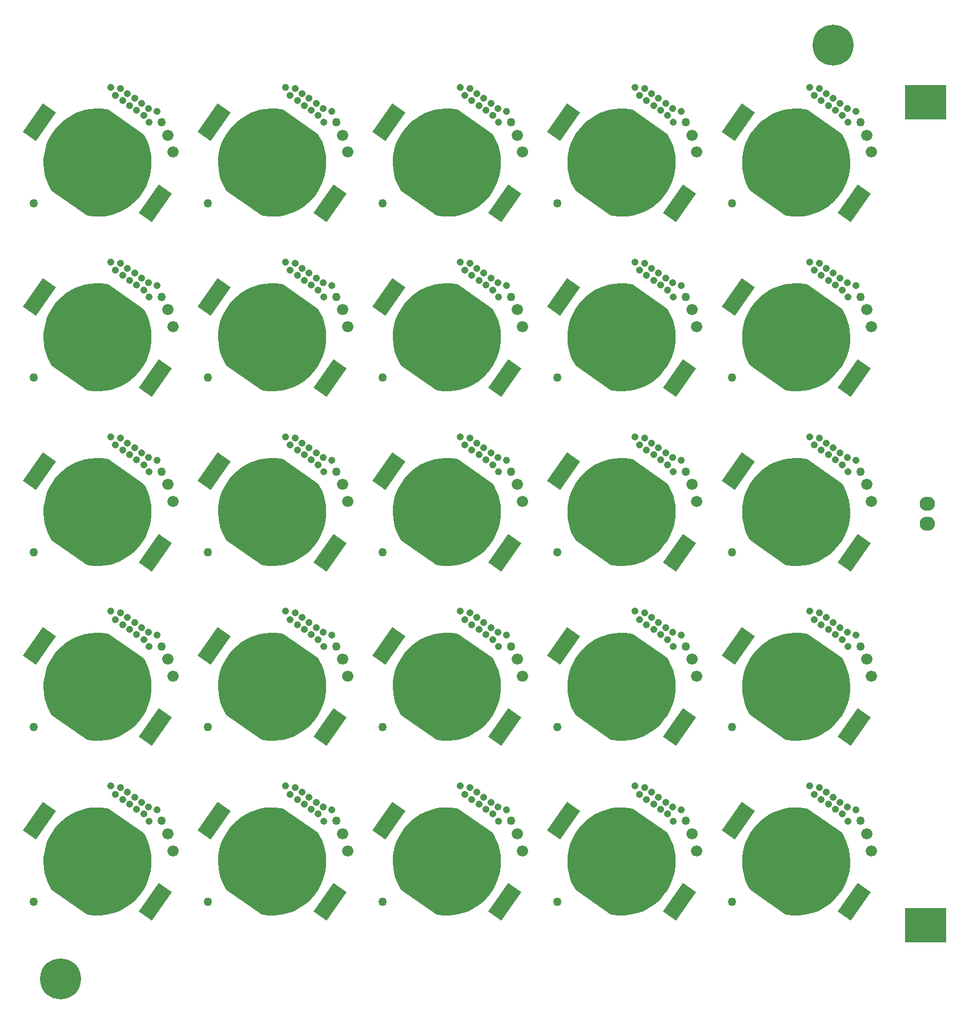
<source format=gbs>
G04 Layer_Color=16711935*
%FSLAX25Y25*%
%MOIN*%
G70*
G01*
G75*
%ADD59R,0.23922X0.19985*%
%ADD76C,0.23922*%
%ADD77O,0.08961X0.08174*%
%ADD78C,0.00300*%
%ADD79C,0.05024*%
%ADD80C,0.04200*%
%ADD81C,0.04237*%
%ADD82C,0.06599*%
%ADD83C,0.31796*%
G04:AMPARAMS|DCode=84|XSize=93.16mil|YSize=203mil|CornerRadius=0mil|HoleSize=0mil|Usage=FLASHONLY|Rotation=145.000|XOffset=0mil|YOffset=0mil|HoleType=Round|Shape=Rectangle|*
%AMROTATEDRECTD84*
4,1,4,0.09637,0.05643,-0.02006,-0.10986,-0.09637,-0.05643,0.02006,0.10986,0.09637,0.05643,0.0*
%
%ADD84ROTATEDRECTD84*%

G36*
X458833Y488402D02*
X461879Y488065D01*
X463378Y487750D01*
X463378Y487750D01*
X483670Y473541D01*
X484479Y472240D01*
X485837Y469494D01*
X486922Y466628D01*
X487725Y463671D01*
X488237Y460650D01*
X488454Y457593D01*
X488374Y454530D01*
X487996Y451489D01*
X487326Y448499D01*
X486370Y445588D01*
X485135Y442784D01*
X483635Y440112D01*
X481882Y437599D01*
X479895Y435266D01*
X477690Y433138D01*
X475290Y431234D01*
X472716Y429571D01*
X469993Y428165D01*
X467147Y427030D01*
X464204Y426177D01*
X461193Y425612D01*
X458140Y425343D01*
X455076Y425370D01*
X452029Y425694D01*
X450528Y426003D01*
X430042Y440348D01*
X429238Y441653D01*
X427891Y444405D01*
X426817Y447275D01*
X426027Y450235D01*
X425527Y453259D01*
X425323Y456316D01*
X425416Y459379D01*
X425806Y462418D01*
X426488Y465405D01*
X427457Y468312D01*
X428702Y471112D01*
X430214Y473777D01*
X431977Y476284D01*
X433974Y478607D01*
X436187Y480727D01*
X438595Y482621D01*
X441176Y484273D01*
X443904Y485668D01*
X446755Y486791D01*
X449702Y487633D01*
X452716Y488185D01*
X455769Y488442D01*
X458833Y488402D01*
D02*
G37*
G36*
X356865D02*
X359910Y488065D01*
X361409Y487750D01*
X361409Y487750D01*
X381701Y473541D01*
X382510Y472240D01*
X383868Y469494D01*
X384954Y466628D01*
X385756Y463671D01*
X386269Y460650D01*
X386485Y457593D01*
X386405Y454530D01*
X386028Y451489D01*
X385358Y448499D01*
X384401Y445588D01*
X383167Y442784D01*
X381666Y440112D01*
X379914Y437599D01*
X377926Y435266D01*
X375722Y433138D01*
X373321Y431234D01*
X370748Y429571D01*
X368025Y428165D01*
X365179Y427030D01*
X362236Y426177D01*
X359224Y425612D01*
X356172Y425343D01*
X353108Y425370D01*
X350061Y425694D01*
X348560Y426003D01*
X328073Y440348D01*
X327269Y441653D01*
X325922Y444405D01*
X324849Y447275D01*
X324058Y450235D01*
X323559Y453259D01*
X323354Y456316D01*
X323447Y459379D01*
X323837Y462418D01*
X324519Y465405D01*
X325488Y468312D01*
X326734Y471112D01*
X328245Y473777D01*
X330008Y476284D01*
X332005Y478607D01*
X334219Y480727D01*
X336627Y482621D01*
X339207Y484273D01*
X341936Y485668D01*
X344787Y486791D01*
X347733Y487633D01*
X350747Y488185D01*
X353801Y488442D01*
X356865Y488402D01*
D02*
G37*
G36*
X254896D02*
X257942Y488065D01*
X259441Y487750D01*
X259441Y487750D01*
X279733Y473541D01*
X280542Y472240D01*
X281900Y469494D01*
X282985Y466628D01*
X283788Y463671D01*
X284300Y460650D01*
X284517Y457593D01*
X284436Y454530D01*
X284060Y451489D01*
X283389Y448499D01*
X282433Y445588D01*
X281198Y442784D01*
X279698Y440112D01*
X277945Y437599D01*
X275958Y435266D01*
X273753Y433138D01*
X271353Y431234D01*
X268779Y429571D01*
X266056Y428165D01*
X263210Y427030D01*
X260267Y426177D01*
X257256Y425612D01*
X254203Y425343D01*
X251139Y425370D01*
X248092Y425694D01*
X246591Y426003D01*
X226104Y440348D01*
X225301Y441653D01*
X223954Y444405D01*
X222880Y447275D01*
X222090Y450235D01*
X221590Y453259D01*
X221386Y456316D01*
X221479Y459379D01*
X221868Y462418D01*
X222551Y465405D01*
X223519Y468312D01*
X224765Y471112D01*
X226277Y473777D01*
X228040Y476284D01*
X230037Y478607D01*
X232250Y480727D01*
X234658Y482621D01*
X237239Y484273D01*
X239967Y485668D01*
X242818Y486791D01*
X245765Y487633D01*
X248779Y488185D01*
X251832Y488442D01*
X254896Y488402D01*
D02*
G37*
G36*
X152927D02*
X155973Y488065D01*
X157473Y487750D01*
X157473Y487750D01*
X177764Y473541D01*
X178573Y472240D01*
X179931Y469494D01*
X181017Y466628D01*
X181819Y463671D01*
X182332Y460650D01*
X182548Y457593D01*
X182468Y454530D01*
X182091Y451489D01*
X181421Y448499D01*
X180464Y445588D01*
X179230Y442784D01*
X177729Y440112D01*
X175977Y437599D01*
X173989Y435266D01*
X171785Y433138D01*
X169384Y431234D01*
X166811Y429571D01*
X164088Y428165D01*
X161242Y427030D01*
X158299Y426177D01*
X155287Y425612D01*
X152235Y425343D01*
X149171Y425370D01*
X146124Y425694D01*
X144623Y426003D01*
X124136Y440348D01*
X123332Y441653D01*
X121985Y444405D01*
X120912Y447275D01*
X120121Y450235D01*
X119622Y453259D01*
X119417Y456316D01*
X119510Y459379D01*
X119900Y462418D01*
X120582Y465405D01*
X121551Y468312D01*
X122797Y471112D01*
X124308Y473777D01*
X126071Y476284D01*
X128068Y478607D01*
X130282Y480727D01*
X132690Y482621D01*
X135270Y484273D01*
X137999Y485668D01*
X140850Y486791D01*
X143796Y487633D01*
X146810Y488185D01*
X149864Y488442D01*
X152927Y488402D01*
D02*
G37*
G36*
X50959D02*
X54005Y488065D01*
X55504Y487750D01*
X55504Y487750D01*
X75796Y473541D01*
X76605Y472240D01*
X77963Y469494D01*
X79048Y466628D01*
X79851Y463671D01*
X80363Y460650D01*
X80580Y457593D01*
X80500Y454530D01*
X80123Y451489D01*
X79453Y448499D01*
X78496Y445588D01*
X77261Y442784D01*
X75761Y440112D01*
X74009Y437599D01*
X72021Y435266D01*
X69816Y433138D01*
X67416Y431234D01*
X64842Y429571D01*
X62119Y428165D01*
X59273Y427030D01*
X56330Y426177D01*
X53318Y425612D01*
X50266Y425343D01*
X47202Y425370D01*
X44155Y425694D01*
X42654Y426003D01*
X22167Y440348D01*
X21364Y441653D01*
X20017Y444405D01*
X18943Y447275D01*
X18153Y450235D01*
X17653Y453259D01*
X17449Y456316D01*
X17542Y459379D01*
X17932Y462418D01*
X18614Y465405D01*
X19582Y468312D01*
X20828Y471112D01*
X22340Y473777D01*
X24103Y476284D01*
X26100Y478607D01*
X28313Y480727D01*
X30721Y482621D01*
X33302Y484273D01*
X36031Y485668D01*
X38881Y486791D01*
X41828Y487633D01*
X44842Y488185D01*
X47895Y488442D01*
X50959Y488402D01*
D02*
G37*
G36*
X458833Y386433D02*
X461879Y386097D01*
X463378Y385781D01*
X463378Y385781D01*
X483670Y371573D01*
X484479Y370272D01*
X485837Y367525D01*
X486922Y364660D01*
X487725Y361702D01*
X488237Y358681D01*
X488454Y355625D01*
X488374Y352562D01*
X487996Y349521D01*
X487326Y346531D01*
X486370Y343620D01*
X485135Y340815D01*
X483635Y338144D01*
X481882Y335630D01*
X479895Y333298D01*
X477690Y331170D01*
X475290Y329265D01*
X472716Y327602D01*
X469993Y326197D01*
X467147Y325062D01*
X464204Y324208D01*
X461193Y323644D01*
X458140Y323374D01*
X455076Y323401D01*
X452029Y323726D01*
X450528Y324035D01*
X430042Y338380D01*
X429238Y339684D01*
X427891Y342437D01*
X426817Y345306D01*
X426027Y348267D01*
X425527Y351290D01*
X425323Y354347D01*
X425416Y357410D01*
X425806Y360450D01*
X426488Y363437D01*
X427457Y366344D01*
X428702Y369143D01*
X430214Y371809D01*
X431977Y374315D01*
X433974Y376639D01*
X436187Y378758D01*
X438595Y380653D01*
X441176Y382305D01*
X443904Y383699D01*
X446755Y384823D01*
X449702Y385664D01*
X452716Y386216D01*
X455769Y386473D01*
X458833Y386433D01*
D02*
G37*
G36*
X356865D02*
X359910Y386097D01*
X361409Y385781D01*
X361409Y385781D01*
X381701Y371573D01*
X382510Y370272D01*
X383868Y367525D01*
X384954Y364660D01*
X385756Y361702D01*
X386269Y358681D01*
X386485Y355625D01*
X386405Y352562D01*
X386028Y349521D01*
X385358Y346531D01*
X384401Y343620D01*
X383167Y340815D01*
X381666Y338144D01*
X379914Y335630D01*
X377926Y333298D01*
X375722Y331170D01*
X373321Y329265D01*
X370748Y327602D01*
X368025Y326197D01*
X365179Y325062D01*
X362236Y324208D01*
X359224Y323644D01*
X356172Y323374D01*
X353108Y323401D01*
X350061Y323726D01*
X348560Y324035D01*
X328073Y338380D01*
X327269Y339684D01*
X325922Y342437D01*
X324849Y345306D01*
X324058Y348267D01*
X323559Y351290D01*
X323354Y354347D01*
X323447Y357410D01*
X323837Y360450D01*
X324519Y363437D01*
X325488Y366344D01*
X326734Y369143D01*
X328245Y371809D01*
X330008Y374315D01*
X332005Y376639D01*
X334219Y378758D01*
X336627Y380653D01*
X339207Y382305D01*
X341936Y383699D01*
X344787Y384823D01*
X347733Y385664D01*
X350747Y386216D01*
X353801Y386473D01*
X356865Y386433D01*
D02*
G37*
G36*
X254896D02*
X257942Y386097D01*
X259441Y385781D01*
X259441Y385781D01*
X279733Y371573D01*
X280542Y370272D01*
X281900Y367525D01*
X282985Y364660D01*
X283788Y361702D01*
X284300Y358681D01*
X284517Y355625D01*
X284436Y352562D01*
X284060Y349521D01*
X283389Y346531D01*
X282433Y343620D01*
X281198Y340815D01*
X279698Y338144D01*
X277945Y335630D01*
X275958Y333298D01*
X273753Y331170D01*
X271353Y329265D01*
X268779Y327602D01*
X266056Y326197D01*
X263210Y325062D01*
X260267Y324208D01*
X257256Y323644D01*
X254203Y323374D01*
X251139Y323401D01*
X248092Y323726D01*
X246591Y324035D01*
X226104Y338380D01*
X225301Y339684D01*
X223954Y342437D01*
X222880Y345306D01*
X222090Y348267D01*
X221590Y351290D01*
X221386Y354347D01*
X221479Y357410D01*
X221868Y360450D01*
X222551Y363437D01*
X223519Y366344D01*
X224765Y369143D01*
X226277Y371809D01*
X228040Y374315D01*
X230037Y376639D01*
X232250Y378758D01*
X234658Y380653D01*
X237239Y382305D01*
X239967Y383699D01*
X242818Y384823D01*
X245765Y385664D01*
X248779Y386216D01*
X251832Y386473D01*
X254896Y386433D01*
D02*
G37*
G36*
X152927D02*
X155973Y386097D01*
X157473Y385781D01*
X157473Y385781D01*
X177764Y371573D01*
X178573Y370272D01*
X179931Y367525D01*
X181017Y364660D01*
X181819Y361702D01*
X182332Y358681D01*
X182548Y355625D01*
X182468Y352562D01*
X182091Y349521D01*
X181421Y346531D01*
X180464Y343620D01*
X179230Y340815D01*
X177729Y338144D01*
X175977Y335630D01*
X173989Y333298D01*
X171785Y331170D01*
X169384Y329265D01*
X166811Y327602D01*
X164088Y326197D01*
X161242Y325062D01*
X158299Y324208D01*
X155287Y323644D01*
X152235Y323374D01*
X149171Y323401D01*
X146124Y323726D01*
X144623Y324035D01*
X124136Y338380D01*
X123332Y339684D01*
X121985Y342437D01*
X120912Y345306D01*
X120121Y348267D01*
X119622Y351290D01*
X119417Y354347D01*
X119510Y357410D01*
X119900Y360450D01*
X120582Y363437D01*
X121551Y366344D01*
X122797Y369143D01*
X124308Y371809D01*
X126071Y374315D01*
X128068Y376639D01*
X130282Y378758D01*
X132690Y380653D01*
X135270Y382305D01*
X137999Y383699D01*
X140850Y384823D01*
X143796Y385664D01*
X146810Y386216D01*
X149864Y386473D01*
X152927Y386433D01*
D02*
G37*
G36*
X50959D02*
X54005Y386097D01*
X55504Y385781D01*
X55504Y385781D01*
X75796Y371573D01*
X76605Y370272D01*
X77963Y367525D01*
X79048Y364660D01*
X79851Y361702D01*
X80363Y358681D01*
X80580Y355625D01*
X80500Y352562D01*
X80123Y349521D01*
X79453Y346531D01*
X78496Y343620D01*
X77261Y340815D01*
X75761Y338144D01*
X74009Y335630D01*
X72021Y333298D01*
X69816Y331170D01*
X67416Y329265D01*
X64842Y327602D01*
X62119Y326197D01*
X59273Y325062D01*
X56330Y324208D01*
X53318Y323644D01*
X50266Y323374D01*
X47202Y323401D01*
X44155Y323726D01*
X42654Y324035D01*
X22167Y338380D01*
X21364Y339684D01*
X20017Y342437D01*
X18943Y345306D01*
X18153Y348267D01*
X17653Y351290D01*
X17449Y354347D01*
X17542Y357410D01*
X17932Y360450D01*
X18614Y363437D01*
X19582Y366344D01*
X20828Y369143D01*
X22340Y371809D01*
X24103Y374315D01*
X26100Y376639D01*
X28313Y378758D01*
X30721Y380653D01*
X33302Y382305D01*
X36031Y383699D01*
X38881Y384823D01*
X41828Y385664D01*
X44842Y386216D01*
X47895Y386473D01*
X50959Y386433D01*
D02*
G37*
G36*
X458833Y284465D02*
X461879Y284128D01*
X463378Y283813D01*
X463378Y283813D01*
X483670Y269604D01*
X484479Y268303D01*
X485837Y265557D01*
X486922Y262691D01*
X487725Y259734D01*
X488237Y256713D01*
X488454Y253656D01*
X488374Y250593D01*
X487996Y247552D01*
X487326Y244562D01*
X486370Y241651D01*
X485135Y238847D01*
X483635Y236175D01*
X481882Y233662D01*
X479895Y231329D01*
X477690Y229201D01*
X475290Y227297D01*
X472716Y225634D01*
X469993Y224228D01*
X467147Y223093D01*
X464204Y222240D01*
X461193Y221675D01*
X458140Y221406D01*
X455076Y221433D01*
X452029Y221757D01*
X450528Y222066D01*
X430042Y236411D01*
X429238Y237716D01*
X427891Y240468D01*
X426817Y243338D01*
X426027Y246298D01*
X425527Y249322D01*
X425323Y252379D01*
X425416Y255442D01*
X425806Y258481D01*
X426488Y261468D01*
X427457Y264375D01*
X428702Y267175D01*
X430214Y269840D01*
X431977Y272347D01*
X433974Y274670D01*
X436187Y276790D01*
X438595Y278684D01*
X441176Y280336D01*
X443904Y281731D01*
X446755Y282854D01*
X449702Y283696D01*
X452716Y284248D01*
X455769Y284505D01*
X458833Y284465D01*
D02*
G37*
G36*
X356865D02*
X359910Y284128D01*
X361409Y283813D01*
X361409Y283813D01*
X381701Y269604D01*
X382510Y268303D01*
X383868Y265557D01*
X384954Y262691D01*
X385756Y259734D01*
X386269Y256713D01*
X386485Y253656D01*
X386405Y250593D01*
X386028Y247552D01*
X385358Y244562D01*
X384401Y241651D01*
X383167Y238847D01*
X381666Y236175D01*
X379914Y233662D01*
X377926Y231329D01*
X375722Y229201D01*
X373321Y227297D01*
X370748Y225634D01*
X368025Y224228D01*
X365179Y223093D01*
X362236Y222240D01*
X359224Y221675D01*
X356172Y221406D01*
X353108Y221433D01*
X350061Y221757D01*
X348560Y222066D01*
X328073Y236411D01*
X327269Y237716D01*
X325922Y240468D01*
X324849Y243338D01*
X324058Y246298D01*
X323559Y249322D01*
X323354Y252379D01*
X323447Y255442D01*
X323837Y258481D01*
X324519Y261468D01*
X325488Y264375D01*
X326734Y267175D01*
X328245Y269840D01*
X330008Y272347D01*
X332005Y274670D01*
X334219Y276790D01*
X336627Y278684D01*
X339207Y280336D01*
X341936Y281731D01*
X344787Y282854D01*
X347733Y283696D01*
X350747Y284248D01*
X353801Y284505D01*
X356865Y284465D01*
D02*
G37*
G36*
X254896D02*
X257942Y284128D01*
X259441Y283813D01*
X259441Y283813D01*
X279733Y269604D01*
X280542Y268303D01*
X281900Y265557D01*
X282985Y262691D01*
X283788Y259734D01*
X284300Y256713D01*
X284517Y253656D01*
X284436Y250593D01*
X284060Y247552D01*
X283389Y244562D01*
X282433Y241651D01*
X281198Y238847D01*
X279698Y236175D01*
X277945Y233662D01*
X275958Y231329D01*
X273753Y229201D01*
X271353Y227297D01*
X268779Y225634D01*
X266056Y224228D01*
X263210Y223093D01*
X260267Y222240D01*
X257256Y221675D01*
X254203Y221406D01*
X251139Y221433D01*
X248092Y221757D01*
X246591Y222066D01*
X226104Y236411D01*
X225301Y237716D01*
X223954Y240468D01*
X222880Y243338D01*
X222090Y246298D01*
X221590Y249322D01*
X221386Y252379D01*
X221479Y255442D01*
X221868Y258481D01*
X222551Y261468D01*
X223519Y264375D01*
X224765Y267175D01*
X226277Y269840D01*
X228040Y272347D01*
X230037Y274670D01*
X232250Y276790D01*
X234658Y278684D01*
X237239Y280336D01*
X239967Y281731D01*
X242818Y282854D01*
X245765Y283696D01*
X248779Y284248D01*
X251832Y284505D01*
X254896Y284465D01*
D02*
G37*
G36*
X152927D02*
X155973Y284128D01*
X157473Y283813D01*
X157473Y283813D01*
X177764Y269604D01*
X178573Y268303D01*
X179931Y265557D01*
X181017Y262691D01*
X181819Y259734D01*
X182332Y256713D01*
X182548Y253656D01*
X182468Y250593D01*
X182091Y247552D01*
X181421Y244562D01*
X180464Y241651D01*
X179230Y238847D01*
X177729Y236175D01*
X175977Y233662D01*
X173989Y231329D01*
X171785Y229201D01*
X169384Y227297D01*
X166811Y225634D01*
X164088Y224228D01*
X161242Y223093D01*
X158299Y222240D01*
X155287Y221675D01*
X152235Y221406D01*
X149171Y221433D01*
X146124Y221757D01*
X144623Y222066D01*
X124136Y236411D01*
X123332Y237716D01*
X121985Y240468D01*
X120912Y243338D01*
X120121Y246298D01*
X119622Y249322D01*
X119417Y252379D01*
X119510Y255442D01*
X119900Y258481D01*
X120582Y261468D01*
X121551Y264375D01*
X122797Y267175D01*
X124308Y269840D01*
X126071Y272347D01*
X128068Y274670D01*
X130282Y276790D01*
X132690Y278684D01*
X135270Y280336D01*
X137999Y281731D01*
X140850Y282854D01*
X143796Y283696D01*
X146810Y284248D01*
X149864Y284505D01*
X152927Y284465D01*
D02*
G37*
G36*
X50959D02*
X54005Y284128D01*
X55504Y283813D01*
X55504Y283813D01*
X75796Y269604D01*
X76605Y268303D01*
X77963Y265557D01*
X79048Y262691D01*
X79851Y259734D01*
X80363Y256713D01*
X80580Y253656D01*
X80500Y250593D01*
X80123Y247552D01*
X79453Y244562D01*
X78496Y241651D01*
X77261Y238847D01*
X75761Y236175D01*
X74009Y233662D01*
X72021Y231329D01*
X69816Y229201D01*
X67416Y227297D01*
X64842Y225634D01*
X62119Y224228D01*
X59273Y223093D01*
X56330Y222240D01*
X53318Y221675D01*
X50266Y221406D01*
X47202Y221433D01*
X44155Y221757D01*
X42654Y222066D01*
X22167Y236411D01*
X21364Y237716D01*
X20017Y240468D01*
X18943Y243338D01*
X18153Y246298D01*
X17653Y249322D01*
X17449Y252379D01*
X17542Y255442D01*
X17932Y258481D01*
X18614Y261468D01*
X19582Y264375D01*
X20828Y267175D01*
X22340Y269840D01*
X24103Y272347D01*
X26100Y274670D01*
X28313Y276790D01*
X30721Y278684D01*
X33302Y280336D01*
X36031Y281731D01*
X38881Y282854D01*
X41828Y283696D01*
X44842Y284248D01*
X47895Y284505D01*
X50959Y284465D01*
D02*
G37*
G36*
X458833Y182496D02*
X461879Y182160D01*
X463378Y181844D01*
X463378Y181844D01*
X483670Y167636D01*
X484479Y166335D01*
X485837Y163588D01*
X486922Y160723D01*
X487725Y157765D01*
X488237Y154744D01*
X488454Y151688D01*
X488374Y148625D01*
X487996Y145584D01*
X487326Y142594D01*
X486370Y139683D01*
X485135Y136878D01*
X483635Y134207D01*
X481882Y131693D01*
X479895Y129361D01*
X477690Y127233D01*
X475290Y125328D01*
X472716Y123665D01*
X469993Y122260D01*
X467147Y121125D01*
X464204Y120271D01*
X461193Y119707D01*
X458140Y119437D01*
X455076Y119464D01*
X452029Y119789D01*
X450528Y120098D01*
X430042Y134443D01*
X429238Y135747D01*
X427891Y138499D01*
X426817Y141369D01*
X426027Y144330D01*
X425527Y147353D01*
X425323Y150410D01*
X425416Y153473D01*
X425806Y156512D01*
X426488Y159500D01*
X427457Y162407D01*
X428702Y165206D01*
X430214Y167872D01*
X431977Y170378D01*
X433974Y172702D01*
X436187Y174821D01*
X438595Y176716D01*
X441176Y178368D01*
X443904Y179762D01*
X446755Y180886D01*
X449702Y181727D01*
X452716Y182279D01*
X455769Y182536D01*
X458833Y182496D01*
D02*
G37*
G36*
X356865D02*
X359910Y182160D01*
X361409Y181844D01*
X361409Y181844D01*
X381701Y167636D01*
X382510Y166335D01*
X383868Y163588D01*
X384954Y160723D01*
X385756Y157765D01*
X386269Y154744D01*
X386485Y151688D01*
X386405Y148625D01*
X386028Y145584D01*
X385358Y142594D01*
X384401Y139683D01*
X383167Y136878D01*
X381666Y134207D01*
X379914Y131693D01*
X377926Y129361D01*
X375722Y127233D01*
X373321Y125328D01*
X370748Y123665D01*
X368025Y122260D01*
X365179Y121125D01*
X362236Y120271D01*
X359224Y119707D01*
X356172Y119437D01*
X353108Y119464D01*
X350061Y119789D01*
X348560Y120098D01*
X328073Y134443D01*
X327269Y135747D01*
X325922Y138499D01*
X324849Y141369D01*
X324058Y144330D01*
X323559Y147353D01*
X323354Y150410D01*
X323447Y153473D01*
X323837Y156512D01*
X324519Y159500D01*
X325488Y162407D01*
X326734Y165206D01*
X328245Y167872D01*
X330008Y170378D01*
X332005Y172702D01*
X334219Y174821D01*
X336627Y176716D01*
X339207Y178368D01*
X341936Y179762D01*
X344787Y180886D01*
X347733Y181727D01*
X350747Y182279D01*
X353801Y182536D01*
X356865Y182496D01*
D02*
G37*
G36*
X254896D02*
X257942Y182160D01*
X259441Y181844D01*
X259441Y181844D01*
X279733Y167636D01*
X280542Y166335D01*
X281900Y163588D01*
X282985Y160723D01*
X283788Y157765D01*
X284300Y154744D01*
X284517Y151688D01*
X284436Y148625D01*
X284060Y145584D01*
X283389Y142594D01*
X282433Y139683D01*
X281198Y136878D01*
X279698Y134207D01*
X277945Y131693D01*
X275958Y129361D01*
X273753Y127233D01*
X271353Y125328D01*
X268779Y123665D01*
X266056Y122260D01*
X263210Y121125D01*
X260267Y120271D01*
X257256Y119707D01*
X254203Y119437D01*
X251139Y119464D01*
X248092Y119789D01*
X246591Y120098D01*
X226104Y134443D01*
X225301Y135747D01*
X223954Y138499D01*
X222880Y141369D01*
X222090Y144330D01*
X221590Y147353D01*
X221386Y150410D01*
X221479Y153473D01*
X221868Y156512D01*
X222551Y159500D01*
X223519Y162407D01*
X224765Y165206D01*
X226277Y167872D01*
X228040Y170378D01*
X230037Y172702D01*
X232250Y174821D01*
X234658Y176716D01*
X237239Y178368D01*
X239967Y179762D01*
X242818Y180886D01*
X245765Y181727D01*
X248779Y182279D01*
X251832Y182536D01*
X254896Y182496D01*
D02*
G37*
G36*
X152927D02*
X155973Y182160D01*
X157473Y181844D01*
X157473Y181844D01*
X177764Y167636D01*
X178573Y166335D01*
X179931Y163588D01*
X181017Y160723D01*
X181819Y157765D01*
X182332Y154744D01*
X182548Y151688D01*
X182468Y148625D01*
X182091Y145584D01*
X181421Y142594D01*
X180464Y139683D01*
X179230Y136878D01*
X177729Y134207D01*
X175977Y131693D01*
X173989Y129361D01*
X171785Y127233D01*
X169384Y125328D01*
X166811Y123665D01*
X164088Y122260D01*
X161242Y121125D01*
X158299Y120271D01*
X155287Y119707D01*
X152235Y119437D01*
X149171Y119464D01*
X146124Y119789D01*
X144623Y120098D01*
X124136Y134443D01*
X123332Y135747D01*
X121985Y138499D01*
X120912Y141369D01*
X120121Y144330D01*
X119622Y147353D01*
X119417Y150410D01*
X119510Y153473D01*
X119900Y156512D01*
X120582Y159500D01*
X121551Y162407D01*
X122797Y165206D01*
X124308Y167872D01*
X126071Y170378D01*
X128068Y172702D01*
X130282Y174821D01*
X132690Y176716D01*
X135270Y178368D01*
X137999Y179762D01*
X140850Y180886D01*
X143796Y181727D01*
X146810Y182279D01*
X149864Y182536D01*
X152927Y182496D01*
D02*
G37*
G36*
X50959D02*
X54005Y182160D01*
X55504Y181844D01*
X55504Y181844D01*
X75796Y167636D01*
X76605Y166335D01*
X77963Y163588D01*
X79048Y160723D01*
X79851Y157765D01*
X80363Y154744D01*
X80580Y151688D01*
X80500Y148625D01*
X80123Y145584D01*
X79453Y142594D01*
X78496Y139683D01*
X77261Y136878D01*
X75761Y134207D01*
X74009Y131693D01*
X72021Y129361D01*
X69816Y127233D01*
X67416Y125328D01*
X64842Y123665D01*
X62119Y122260D01*
X59273Y121125D01*
X56330Y120271D01*
X53318Y119707D01*
X50266Y119437D01*
X47202Y119464D01*
X44155Y119789D01*
X42654Y120098D01*
X22167Y134443D01*
X21364Y135747D01*
X20017Y138499D01*
X18943Y141369D01*
X18153Y144330D01*
X17653Y147353D01*
X17449Y150410D01*
X17542Y153473D01*
X17932Y156512D01*
X18614Y159500D01*
X19582Y162407D01*
X20828Y165206D01*
X22340Y167872D01*
X24103Y170378D01*
X26100Y172702D01*
X28313Y174821D01*
X30721Y176716D01*
X33302Y178368D01*
X36031Y179762D01*
X38881Y180886D01*
X41828Y181727D01*
X44842Y182279D01*
X47895Y182536D01*
X50959Y182496D01*
D02*
G37*
G36*
X458833Y80528D02*
X461879Y80191D01*
X463378Y79876D01*
X463378Y79876D01*
X483670Y65667D01*
X484479Y64366D01*
X485837Y61620D01*
X486922Y58754D01*
X487725Y55797D01*
X488237Y52776D01*
X488454Y49719D01*
X488374Y46656D01*
X487996Y43615D01*
X487326Y40625D01*
X486370Y37714D01*
X485135Y34910D01*
X483635Y32238D01*
X481882Y29724D01*
X479895Y27393D01*
X477690Y25264D01*
X475290Y23360D01*
X472716Y21697D01*
X469993Y20291D01*
X467147Y19156D01*
X464204Y18303D01*
X461193Y17738D01*
X458140Y17469D01*
X455076Y17496D01*
X452029Y17820D01*
X450528Y18129D01*
X430042Y32474D01*
X429238Y33779D01*
X427891Y36531D01*
X426817Y39401D01*
X426027Y42361D01*
X425527Y45385D01*
X425323Y48442D01*
X425416Y51505D01*
X425806Y54544D01*
X426488Y57531D01*
X427457Y60438D01*
X428702Y63238D01*
X430214Y65903D01*
X431977Y68410D01*
X433974Y70733D01*
X436187Y72853D01*
X438595Y74747D01*
X441176Y76399D01*
X443904Y77794D01*
X446755Y78917D01*
X449702Y79759D01*
X452716Y80311D01*
X455769Y80568D01*
X458833Y80528D01*
D02*
G37*
G36*
X356865D02*
X359910Y80191D01*
X361409Y79876D01*
X361409Y79876D01*
X381701Y65667D01*
X382510Y64366D01*
X383868Y61620D01*
X384954Y58754D01*
X385756Y55797D01*
X386269Y52776D01*
X386485Y49719D01*
X386405Y46656D01*
X386028Y43615D01*
X385358Y40625D01*
X384401Y37714D01*
X383167Y34910D01*
X381666Y32238D01*
X379914Y29724D01*
X377926Y27393D01*
X375722Y25264D01*
X373321Y23360D01*
X370748Y21697D01*
X368025Y20291D01*
X365179Y19156D01*
X362236Y18303D01*
X359224Y17738D01*
X356172Y17469D01*
X353108Y17496D01*
X350061Y17820D01*
X348560Y18129D01*
X328073Y32474D01*
X327269Y33779D01*
X325922Y36531D01*
X324849Y39401D01*
X324058Y42361D01*
X323559Y45385D01*
X323354Y48442D01*
X323447Y51505D01*
X323837Y54544D01*
X324519Y57531D01*
X325488Y60438D01*
X326734Y63238D01*
X328245Y65903D01*
X330008Y68410D01*
X332005Y70733D01*
X334219Y72853D01*
X336627Y74747D01*
X339207Y76399D01*
X341936Y77794D01*
X344787Y78917D01*
X347733Y79759D01*
X350747Y80311D01*
X353801Y80568D01*
X356865Y80528D01*
D02*
G37*
G36*
X254896D02*
X257942Y80191D01*
X259441Y79876D01*
X259441Y79876D01*
X279733Y65667D01*
X280542Y64366D01*
X281900Y61620D01*
X282985Y58754D01*
X283788Y55797D01*
X284300Y52776D01*
X284517Y49719D01*
X284436Y46656D01*
X284060Y43615D01*
X283389Y40625D01*
X282433Y37714D01*
X281198Y34910D01*
X279698Y32238D01*
X277945Y29724D01*
X275958Y27393D01*
X273753Y25264D01*
X271353Y23360D01*
X268779Y21697D01*
X266056Y20291D01*
X263210Y19156D01*
X260267Y18303D01*
X257256Y17738D01*
X254203Y17469D01*
X251139Y17496D01*
X248092Y17820D01*
X246591Y18129D01*
X226104Y32474D01*
X225301Y33779D01*
X223954Y36531D01*
X222880Y39401D01*
X222090Y42361D01*
X221590Y45385D01*
X221386Y48442D01*
X221479Y51505D01*
X221868Y54544D01*
X222551Y57531D01*
X223519Y60438D01*
X224765Y63238D01*
X226277Y65903D01*
X228040Y68410D01*
X230037Y70733D01*
X232250Y72853D01*
X234658Y74747D01*
X237239Y76399D01*
X239967Y77794D01*
X242818Y78917D01*
X245765Y79759D01*
X248779Y80311D01*
X251832Y80568D01*
X254896Y80528D01*
D02*
G37*
G36*
X152927D02*
X155973Y80191D01*
X157473Y79876D01*
X157473Y79876D01*
X177764Y65667D01*
X178573Y64366D01*
X179931Y61620D01*
X181017Y58754D01*
X181819Y55797D01*
X182332Y52776D01*
X182548Y49719D01*
X182468Y46656D01*
X182091Y43615D01*
X181421Y40625D01*
X180464Y37714D01*
X179230Y34910D01*
X177729Y32238D01*
X175977Y29724D01*
X173989Y27393D01*
X171785Y25264D01*
X169384Y23360D01*
X166811Y21697D01*
X164088Y20291D01*
X161242Y19156D01*
X158299Y18303D01*
X155287Y17738D01*
X152235Y17469D01*
X149171Y17496D01*
X146124Y17820D01*
X144623Y18129D01*
X124136Y32474D01*
X123332Y33779D01*
X121985Y36531D01*
X120912Y39401D01*
X120121Y42361D01*
X119622Y45385D01*
X119417Y48442D01*
X119510Y51505D01*
X119900Y54544D01*
X120582Y57531D01*
X121551Y60438D01*
X122797Y63238D01*
X124308Y65903D01*
X126071Y68410D01*
X128068Y70733D01*
X130282Y72853D01*
X132690Y74747D01*
X135270Y76399D01*
X137999Y77794D01*
X140850Y78917D01*
X143796Y79759D01*
X146810Y80311D01*
X149864Y80568D01*
X152927Y80528D01*
D02*
G37*
G36*
X50959D02*
X54005Y80191D01*
X55504Y79876D01*
X55504Y79876D01*
X75796Y65667D01*
X76605Y64366D01*
X77963Y61620D01*
X79048Y58754D01*
X79851Y55797D01*
X80363Y52776D01*
X80580Y49719D01*
X80500Y46656D01*
X80123Y43615D01*
X79453Y40625D01*
X78496Y37714D01*
X77261Y34910D01*
X75761Y32238D01*
X74009Y29724D01*
X72021Y27393D01*
X69816Y25264D01*
X67416Y23360D01*
X64842Y21697D01*
X62119Y20291D01*
X59273Y19156D01*
X56330Y18303D01*
X53318Y17738D01*
X50266Y17469D01*
X47202Y17496D01*
X44155Y17820D01*
X42654Y18129D01*
X22167Y32474D01*
X21364Y33779D01*
X20017Y36531D01*
X18943Y39401D01*
X18153Y42361D01*
X17653Y45385D01*
X17449Y48442D01*
X17542Y51505D01*
X17932Y54544D01*
X18614Y57531D01*
X19582Y60438D01*
X20828Y63238D01*
X22340Y65903D01*
X24103Y68410D01*
X26100Y70733D01*
X28313Y72853D01*
X30721Y74747D01*
X33302Y76399D01*
X36031Y77794D01*
X38881Y78917D01*
X41828Y79759D01*
X44842Y80311D01*
X47895Y80568D01*
X50959Y80528D01*
D02*
G37*
D59*
X532483Y492129D02*
D03*
Y11813D02*
D03*
D76*
X478349Y525593D02*
D03*
X27562Y-19682D02*
D03*
D77*
X533467Y257876D02*
D03*
Y246065D02*
D03*
D78*
X541341Y234255D02*
D03*
Y269688D02*
D03*
X389895Y14044D02*
D03*
X387807Y12234D02*
D03*
X391704Y16132D02*
D03*
X393514Y18220D02*
D03*
X385719Y10425D02*
D03*
X389895Y116013D02*
D03*
X389898Y83989D02*
D03*
X391708Y81901D02*
D03*
X387810Y85799D02*
D03*
X385722Y87608D02*
D03*
X393517Y79813D02*
D03*
X387807Y114203D02*
D03*
X391704Y118100D02*
D03*
X393514Y120188D02*
D03*
X385719Y112393D02*
D03*
Y214362D02*
D03*
X393514Y222157D02*
D03*
X391704Y220069D02*
D03*
X387807Y216172D02*
D03*
X393517Y181782D02*
D03*
X385722Y189577D02*
D03*
X387810Y187767D02*
D03*
X391708Y183870D02*
D03*
X389898Y185958D02*
D03*
X389895Y217981D02*
D03*
X385719Y316330D02*
D03*
X393514Y324125D02*
D03*
X391704Y322037D02*
D03*
X387807Y318140D02*
D03*
X393517Y283750D02*
D03*
X385722Y291545D02*
D03*
X387810Y289736D02*
D03*
X391708Y285838D02*
D03*
X389898Y287926D02*
D03*
X389895Y319950D02*
D03*
X385719Y418299D02*
D03*
X393514Y426094D02*
D03*
X391704Y424006D02*
D03*
X387807Y420109D02*
D03*
X393517Y385719D02*
D03*
X385722Y393514D02*
D03*
X387810Y391704D02*
D03*
X391708Y387807D02*
D03*
X389898Y389895D02*
D03*
X389895Y421918D02*
D03*
X393517Y487687D02*
D03*
X385722Y495482D02*
D03*
X387810Y493673D02*
D03*
X391708Y489775D02*
D03*
X389898Y491863D02*
D03*
X491867D02*
D03*
X493676Y489775D02*
D03*
X489779Y493673D02*
D03*
X487691Y495482D02*
D03*
X495486Y487687D02*
D03*
X491863Y421918D02*
D03*
X491867Y389895D02*
D03*
X493676Y387807D02*
D03*
X489779Y391704D02*
D03*
X487691Y393514D02*
D03*
X495486Y385719D02*
D03*
X489775Y420109D02*
D03*
X493673Y424006D02*
D03*
X495482Y426094D02*
D03*
X487687Y418299D02*
D03*
X491863Y319950D02*
D03*
X491867Y287926D02*
D03*
X493676Y285838D02*
D03*
X489779Y289736D02*
D03*
X487691Y291545D02*
D03*
X495486Y283750D02*
D03*
X489775Y318140D02*
D03*
X493673Y322037D02*
D03*
X495482Y324125D02*
D03*
X487687Y316330D02*
D03*
X491863Y217981D02*
D03*
X491867Y185958D02*
D03*
X493676Y183870D02*
D03*
X489779Y187767D02*
D03*
X487691Y189577D02*
D03*
X495486Y181782D02*
D03*
X489775Y216172D02*
D03*
X493673Y220069D02*
D03*
X495482Y222157D02*
D03*
X487687Y214362D02*
D03*
Y112393D02*
D03*
X495482Y120188D02*
D03*
X493673Y118100D02*
D03*
X489775Y114203D02*
D03*
X495486Y79813D02*
D03*
X487691Y87608D02*
D03*
X489779Y85799D02*
D03*
X493676Y81901D02*
D03*
X491867Y83989D02*
D03*
X491863Y116013D02*
D03*
X487687Y10425D02*
D03*
X495482Y18220D02*
D03*
X493673Y16132D02*
D03*
X489775Y12234D02*
D03*
X491863Y14044D02*
D03*
X287926D02*
D03*
X285838Y12234D02*
D03*
X289736Y16132D02*
D03*
X291545Y18220D02*
D03*
X283750Y10425D02*
D03*
X287926Y116013D02*
D03*
X287930Y83989D02*
D03*
X289739Y81901D02*
D03*
X285842Y85799D02*
D03*
X283754Y87608D02*
D03*
X291549Y79813D02*
D03*
X285838Y114203D02*
D03*
X289736Y118100D02*
D03*
X291545Y120188D02*
D03*
X283750Y112393D02*
D03*
Y214362D02*
D03*
X291545Y222157D02*
D03*
X289736Y220069D02*
D03*
X285838Y216172D02*
D03*
X291549Y181782D02*
D03*
X283754Y189577D02*
D03*
X285842Y187767D02*
D03*
X289739Y183870D02*
D03*
X287930Y185958D02*
D03*
X287926Y217981D02*
D03*
X283750Y316330D02*
D03*
X291545Y324125D02*
D03*
X289736Y322037D02*
D03*
X285838Y318140D02*
D03*
X291549Y283750D02*
D03*
X283754Y291545D02*
D03*
X285842Y289736D02*
D03*
X289739Y285838D02*
D03*
X287930Y287926D02*
D03*
X287926Y319950D02*
D03*
X283750Y418299D02*
D03*
X291545Y426094D02*
D03*
X289736Y424006D02*
D03*
X285838Y420109D02*
D03*
X291549Y385719D02*
D03*
X283754Y393514D02*
D03*
X285842Y391704D02*
D03*
X289739Y387807D02*
D03*
X287930Y389895D02*
D03*
X287926Y421918D02*
D03*
X291549Y487687D02*
D03*
X283754Y495482D02*
D03*
X285842Y493673D02*
D03*
X289739Y489775D02*
D03*
X287930Y491863D02*
D03*
X185961D02*
D03*
X187771Y489775D02*
D03*
X183873Y493673D02*
D03*
X181785Y495482D02*
D03*
X189580Y487687D02*
D03*
X185958Y421918D02*
D03*
X185961Y389895D02*
D03*
X187771Y387807D02*
D03*
X183873Y391704D02*
D03*
X181785Y393514D02*
D03*
X189580Y385719D02*
D03*
X183870Y420109D02*
D03*
X187767Y424006D02*
D03*
X189577Y426094D02*
D03*
X181782Y418299D02*
D03*
X185958Y319950D02*
D03*
X185961Y287926D02*
D03*
X187771Y285838D02*
D03*
X183873Y289736D02*
D03*
X181785Y291545D02*
D03*
X189580Y283750D02*
D03*
X183870Y318140D02*
D03*
X187767Y322037D02*
D03*
X189577Y324125D02*
D03*
X181782Y316330D02*
D03*
X185958Y217981D02*
D03*
X185961Y185958D02*
D03*
X187771Y183870D02*
D03*
X183873Y187767D02*
D03*
X181785Y189577D02*
D03*
X189580Y181782D02*
D03*
X183870Y216172D02*
D03*
X187767Y220069D02*
D03*
X189577Y222157D02*
D03*
X181782Y214362D02*
D03*
Y112393D02*
D03*
X189577Y120188D02*
D03*
X187767Y118100D02*
D03*
X183870Y114203D02*
D03*
X189580Y79813D02*
D03*
X181785Y87608D02*
D03*
X183873Y85799D02*
D03*
X187771Y81901D02*
D03*
X185961Y83989D02*
D03*
X185958Y116013D02*
D03*
X181782Y10425D02*
D03*
X189577Y18220D02*
D03*
X187767Y16132D02*
D03*
X183870Y12234D02*
D03*
X185958Y14044D02*
D03*
X83989D02*
D03*
X81901Y12234D02*
D03*
X85799Y16132D02*
D03*
X87608Y18220D02*
D03*
X79813Y10425D02*
D03*
X83989Y116013D02*
D03*
X83992Y83989D02*
D03*
X85802Y81901D02*
D03*
X81905Y85799D02*
D03*
X79817Y87608D02*
D03*
X87612Y79813D02*
D03*
X81901Y114203D02*
D03*
X85799Y118100D02*
D03*
X87608Y120188D02*
D03*
X79813Y112393D02*
D03*
Y214362D02*
D03*
X87608Y222157D02*
D03*
X85799Y220069D02*
D03*
X81901Y216172D02*
D03*
X87612Y181782D02*
D03*
X79817Y189577D02*
D03*
X81905Y187767D02*
D03*
X85802Y183870D02*
D03*
X83992Y185958D02*
D03*
X83989Y217981D02*
D03*
X79813Y316330D02*
D03*
X87608Y324125D02*
D03*
X85799Y322037D02*
D03*
X81901Y318140D02*
D03*
X87612Y283750D02*
D03*
X79817Y291545D02*
D03*
X81905Y289736D02*
D03*
X85802Y285838D02*
D03*
X83992Y287926D02*
D03*
X83989Y319950D02*
D03*
X79813Y418299D02*
D03*
X87608Y426094D02*
D03*
X85799Y424006D02*
D03*
X81901Y420109D02*
D03*
X87612Y385719D02*
D03*
X79817Y393514D02*
D03*
X81905Y391704D02*
D03*
X85802Y387807D02*
D03*
X83992Y389895D02*
D03*
X83989Y421918D02*
D03*
X87612Y487687D02*
D03*
X79817Y495482D02*
D03*
X81905Y493673D02*
D03*
X85802Y489775D02*
D03*
X83992Y491863D02*
D03*
X14039D02*
D03*
X12229Y489775D02*
D03*
X16127Y493673D02*
D03*
X18215Y495482D02*
D03*
X10420Y487687D02*
D03*
X14042Y421918D02*
D03*
X14039Y389895D02*
D03*
X12229Y387807D02*
D03*
X16127Y391704D02*
D03*
X18215Y393514D02*
D03*
X10420Y385719D02*
D03*
X16130Y420109D02*
D03*
X12233Y424006D02*
D03*
X10423Y426094D02*
D03*
X18218Y418299D02*
D03*
X14042Y319950D02*
D03*
X14039Y287926D02*
D03*
X12229Y285838D02*
D03*
X16127Y289736D02*
D03*
X18215Y291545D02*
D03*
X10420Y283750D02*
D03*
X16130Y318140D02*
D03*
X12233Y322037D02*
D03*
X10423Y324125D02*
D03*
X18218Y316330D02*
D03*
X14042Y217981D02*
D03*
X14039Y185958D02*
D03*
X12229Y183870D02*
D03*
X16127Y187767D02*
D03*
X18215Y189577D02*
D03*
X10420Y181782D02*
D03*
X16130Y216172D02*
D03*
X12233Y220069D02*
D03*
X10423Y222157D02*
D03*
X18218Y214362D02*
D03*
Y112393D02*
D03*
X10423Y120188D02*
D03*
X12233Y118100D02*
D03*
X16130Y114203D02*
D03*
X10420Y79813D02*
D03*
X18215Y87608D02*
D03*
X16127Y85799D02*
D03*
X12229Y81901D02*
D03*
X14039Y83989D02*
D03*
X14042Y116013D02*
D03*
X18218Y10425D02*
D03*
X10423Y18220D02*
D03*
X12233Y16132D02*
D03*
X16130Y12234D02*
D03*
X14042Y14044D02*
D03*
X116011D02*
D03*
X118099Y12234D02*
D03*
X114201Y16132D02*
D03*
X112392Y18220D02*
D03*
X120187Y10425D02*
D03*
X116011Y116013D02*
D03*
X116007Y83989D02*
D03*
X114198Y81901D02*
D03*
X118095Y85799D02*
D03*
X120183Y87608D02*
D03*
X112388Y79813D02*
D03*
X118099Y114203D02*
D03*
X114201Y118100D02*
D03*
X112392Y120188D02*
D03*
X120187Y112393D02*
D03*
Y214362D02*
D03*
X112392Y222157D02*
D03*
X114201Y220069D02*
D03*
X118099Y216172D02*
D03*
X112388Y181782D02*
D03*
X120183Y189577D02*
D03*
X118095Y187767D02*
D03*
X114198Y183870D02*
D03*
X116007Y185958D02*
D03*
X116011Y217981D02*
D03*
X120187Y316330D02*
D03*
X112392Y324125D02*
D03*
X114201Y322037D02*
D03*
X118099Y318140D02*
D03*
X112388Y283750D02*
D03*
X120183Y291545D02*
D03*
X118095Y289736D02*
D03*
X114198Y285838D02*
D03*
X116007Y287926D02*
D03*
X116011Y319950D02*
D03*
X120187Y418299D02*
D03*
X112392Y426094D02*
D03*
X114201Y424006D02*
D03*
X118099Y420109D02*
D03*
X112388Y385719D02*
D03*
X120183Y393514D02*
D03*
X118095Y391704D02*
D03*
X114198Y387807D02*
D03*
X116007Y389895D02*
D03*
X116011Y421918D02*
D03*
X112388Y487687D02*
D03*
X120183Y495482D02*
D03*
X118095Y493673D02*
D03*
X114198Y489775D02*
D03*
X116007Y491863D02*
D03*
X217980Y14044D02*
D03*
X220067Y12234D02*
D03*
X216170Y16132D02*
D03*
X214360Y18220D02*
D03*
X222155Y10425D02*
D03*
X217980Y116013D02*
D03*
X217976Y83989D02*
D03*
X216166Y81901D02*
D03*
X220064Y85799D02*
D03*
X222152Y87608D02*
D03*
X214357Y79813D02*
D03*
X220067Y114203D02*
D03*
X216170Y118100D02*
D03*
X214360Y120188D02*
D03*
X222155Y112393D02*
D03*
Y214362D02*
D03*
X214360Y222157D02*
D03*
X216170Y220069D02*
D03*
X220067Y216172D02*
D03*
X214357Y181782D02*
D03*
X222152Y189577D02*
D03*
X220064Y187767D02*
D03*
X216166Y183870D02*
D03*
X217976Y185958D02*
D03*
X217980Y217981D02*
D03*
X222155Y316330D02*
D03*
X214360Y324125D02*
D03*
X216170Y322037D02*
D03*
X220067Y318140D02*
D03*
X214357Y283750D02*
D03*
X222152Y291545D02*
D03*
X220064Y289736D02*
D03*
X216166Y285838D02*
D03*
X217976Y287926D02*
D03*
X217980Y319950D02*
D03*
X222155Y418299D02*
D03*
X214360Y426094D02*
D03*
X216170Y424006D02*
D03*
X220067Y420109D02*
D03*
X214357Y385719D02*
D03*
X222152Y393514D02*
D03*
X220064Y391704D02*
D03*
X216166Y387807D02*
D03*
X217976Y389895D02*
D03*
X217980Y421918D02*
D03*
X214357Y487687D02*
D03*
X222152Y495482D02*
D03*
X220064Y493673D02*
D03*
X216166Y489775D02*
D03*
X217976Y491863D02*
D03*
X319948Y14044D02*
D03*
X322036Y12234D02*
D03*
X318139Y16132D02*
D03*
X316329Y18220D02*
D03*
X324124Y10425D02*
D03*
X319948Y116013D02*
D03*
X319945Y83989D02*
D03*
X318135Y81901D02*
D03*
X322032Y85799D02*
D03*
X324120Y87608D02*
D03*
X316325Y79813D02*
D03*
X322036Y114203D02*
D03*
X318139Y118100D02*
D03*
X316329Y120188D02*
D03*
X324124Y112393D02*
D03*
Y214362D02*
D03*
X316329Y222157D02*
D03*
X318139Y220069D02*
D03*
X322036Y216172D02*
D03*
X316325Y181782D02*
D03*
X324120Y189577D02*
D03*
X322032Y187767D02*
D03*
X318135Y183870D02*
D03*
X319945Y185958D02*
D03*
X319948Y217981D02*
D03*
X324124Y316330D02*
D03*
X316329Y324125D02*
D03*
X318139Y322037D02*
D03*
X322036Y318140D02*
D03*
X316325Y283750D02*
D03*
X324120Y291545D02*
D03*
X322032Y289736D02*
D03*
X318135Y285838D02*
D03*
X319945Y287926D02*
D03*
X319948Y319950D02*
D03*
X324124Y418299D02*
D03*
X316329Y426094D02*
D03*
X318139Y424006D02*
D03*
X322036Y420109D02*
D03*
X316325Y385719D02*
D03*
X324120Y393514D02*
D03*
X322032Y391704D02*
D03*
X318135Y387807D02*
D03*
X319945Y389895D02*
D03*
X319948Y421918D02*
D03*
X316325Y487687D02*
D03*
X324120Y495482D02*
D03*
X322032Y493673D02*
D03*
X318135Y489775D02*
D03*
X319945Y491863D02*
D03*
X421916Y14044D02*
D03*
X424004Y12234D02*
D03*
X420107Y16132D02*
D03*
X418297Y18220D02*
D03*
X426092Y10425D02*
D03*
X421916Y116013D02*
D03*
X421913Y83989D02*
D03*
X420104Y81901D02*
D03*
X424001Y85799D02*
D03*
X426089Y87608D02*
D03*
X418294Y79813D02*
D03*
X424004Y114203D02*
D03*
X420107Y118100D02*
D03*
X418297Y120188D02*
D03*
X426092Y112393D02*
D03*
Y214362D02*
D03*
X418297Y222157D02*
D03*
X420107Y220069D02*
D03*
X424004Y216172D02*
D03*
X418294Y181782D02*
D03*
X426089Y189577D02*
D03*
X424001Y187767D02*
D03*
X420104Y183870D02*
D03*
X421913Y185958D02*
D03*
X421916Y217981D02*
D03*
X426092Y316330D02*
D03*
X418297Y324125D02*
D03*
X420107Y322037D02*
D03*
X424004Y318140D02*
D03*
X418294Y283750D02*
D03*
X426089Y291545D02*
D03*
X424001Y289736D02*
D03*
X420104Y285838D02*
D03*
X421913Y287926D02*
D03*
X421916Y319950D02*
D03*
X426092Y418299D02*
D03*
X418297Y426094D02*
D03*
X420107Y424006D02*
D03*
X424004Y420109D02*
D03*
X418294Y385719D02*
D03*
X426089Y393514D02*
D03*
X424001Y391704D02*
D03*
X420104Y387807D02*
D03*
X421913Y389895D02*
D03*
X421916Y421918D02*
D03*
X418294Y487687D02*
D03*
X426089Y495482D02*
D03*
X424001Y493673D02*
D03*
X420104Y489775D02*
D03*
X421913Y491863D02*
D03*
D79*
X11614Y25394D02*
D03*
X86417Y72638D02*
D03*
X113583Y25394D02*
D03*
X188386Y72638D02*
D03*
X215551Y25394D02*
D03*
X290354Y72638D02*
D03*
X317520Y25394D02*
D03*
X392323Y72638D02*
D03*
X419488Y25394D02*
D03*
X494291Y72638D02*
D03*
X11614Y127362D02*
D03*
X86417Y174606D02*
D03*
X113583Y127362D02*
D03*
X188386Y174606D02*
D03*
X215551Y127362D02*
D03*
X290354Y174606D02*
D03*
X317520Y127362D02*
D03*
X392323Y174606D02*
D03*
X419488Y127362D02*
D03*
X494291Y174606D02*
D03*
X11614Y229331D02*
D03*
X86417Y276575D02*
D03*
X113583Y229331D02*
D03*
X188386Y276575D02*
D03*
X215551Y229331D02*
D03*
X290354Y276575D02*
D03*
X317520Y229331D02*
D03*
X392323Y276575D02*
D03*
X419488Y229331D02*
D03*
X494291Y276575D02*
D03*
X11614Y331299D02*
D03*
X86417Y378543D02*
D03*
X113583Y331299D02*
D03*
X188386Y378543D02*
D03*
X215551Y331299D02*
D03*
X290354Y378543D02*
D03*
X317520Y331299D02*
D03*
X392323Y378543D02*
D03*
X419488Y331299D02*
D03*
X494291Y378543D02*
D03*
X11614Y433268D02*
D03*
X86417Y480512D02*
D03*
X113583Y433268D02*
D03*
X188386Y480512D02*
D03*
X215551Y433268D02*
D03*
X290354Y480512D02*
D03*
X317520Y433268D02*
D03*
X392323Y480512D02*
D03*
X419488Y433268D02*
D03*
X494291Y480512D02*
D03*
D80*
X56890Y93012D02*
D03*
X79170Y72528D02*
D03*
X83759Y79081D02*
D03*
X158858Y93012D02*
D03*
X181139Y72528D02*
D03*
X185727Y79081D02*
D03*
X260827Y93012D02*
D03*
X283107Y72528D02*
D03*
X287696Y79081D02*
D03*
X362795Y93012D02*
D03*
X385076Y72528D02*
D03*
X389664Y79081D02*
D03*
X464764Y93012D02*
D03*
X487044Y72528D02*
D03*
X491633Y79081D02*
D03*
X56890Y194980D02*
D03*
X79170Y174496D02*
D03*
X83759Y181050D02*
D03*
X158858Y194980D02*
D03*
X181139Y174496D02*
D03*
X185727Y181050D02*
D03*
X260827Y194980D02*
D03*
X283107Y174496D02*
D03*
X287696Y181050D02*
D03*
X362795Y194980D02*
D03*
X385076Y174496D02*
D03*
X389664Y181050D02*
D03*
X464764Y194980D02*
D03*
X487044Y174496D02*
D03*
X491633Y181050D02*
D03*
X56890Y296949D02*
D03*
X79170Y276465D02*
D03*
X83759Y283018D02*
D03*
X158858Y296949D02*
D03*
X181139Y276465D02*
D03*
X185727Y283018D02*
D03*
X260827Y296949D02*
D03*
X283107Y276465D02*
D03*
X287696Y283018D02*
D03*
X362795Y296949D02*
D03*
X385076Y276465D02*
D03*
X389664Y283018D02*
D03*
X464764Y296949D02*
D03*
X487044Y276465D02*
D03*
X491633Y283018D02*
D03*
X56890Y398917D02*
D03*
X79170Y378433D02*
D03*
X83759Y384987D02*
D03*
X158858Y398917D02*
D03*
X181139Y378433D02*
D03*
X185727Y384987D02*
D03*
X260827Y398917D02*
D03*
X283107Y378433D02*
D03*
X287696Y384987D02*
D03*
X362795Y398917D02*
D03*
X385076Y378433D02*
D03*
X389664Y384987D02*
D03*
X464764Y398917D02*
D03*
X487044Y378433D02*
D03*
X491633Y384987D02*
D03*
X56890Y500886D02*
D03*
X79170Y480402D02*
D03*
X83759Y486955D02*
D03*
X158858Y500886D02*
D03*
X181139Y480402D02*
D03*
X185727Y486955D02*
D03*
X260827Y500886D02*
D03*
X283107Y480402D02*
D03*
X287696Y486955D02*
D03*
X362795Y500886D02*
D03*
X385076Y480402D02*
D03*
X389664Y486955D02*
D03*
X464764Y500886D02*
D03*
X487044Y480402D02*
D03*
X491633Y486955D02*
D03*
D81*
X62386Y92143D02*
D03*
X59552Y88096D02*
D03*
X66515Y89324D02*
D03*
X63647Y85228D02*
D03*
X70611Y86456D02*
D03*
X67743Y82360D02*
D03*
X74707Y83588D02*
D03*
X78803Y80720D02*
D03*
X75935Y76625D02*
D03*
X71839Y79492D02*
D03*
X164354Y92143D02*
D03*
X161520Y88096D02*
D03*
X168484Y89324D02*
D03*
X165616Y85228D02*
D03*
X172580Y86456D02*
D03*
X169712Y82360D02*
D03*
X176675Y83588D02*
D03*
X180771Y80720D02*
D03*
X177903Y76625D02*
D03*
X173807Y79492D02*
D03*
X266323Y92143D02*
D03*
X263489Y88096D02*
D03*
X270452Y89324D02*
D03*
X267584Y85228D02*
D03*
X274548Y86456D02*
D03*
X271680Y82360D02*
D03*
X278644Y83588D02*
D03*
X282739Y80720D02*
D03*
X279872Y76625D02*
D03*
X275776Y79492D02*
D03*
X368291Y92143D02*
D03*
X365457Y88096D02*
D03*
X372421Y89324D02*
D03*
X369553Y85228D02*
D03*
X376517Y86456D02*
D03*
X373649Y82360D02*
D03*
X380612Y83588D02*
D03*
X384708Y80720D02*
D03*
X381840Y76625D02*
D03*
X377744Y79492D02*
D03*
X470260Y92143D02*
D03*
X467426Y88096D02*
D03*
X474389Y89324D02*
D03*
X471521Y85228D02*
D03*
X478485Y86456D02*
D03*
X475617Y82360D02*
D03*
X482581Y83588D02*
D03*
X486677Y80720D02*
D03*
X483809Y76625D02*
D03*
X479713Y79492D02*
D03*
X62386Y194112D02*
D03*
X59552Y190065D02*
D03*
X66515Y191292D02*
D03*
X63647Y187197D02*
D03*
X70611Y188425D02*
D03*
X67743Y184329D02*
D03*
X74707Y185557D02*
D03*
X78803Y182689D02*
D03*
X75935Y178593D02*
D03*
X71839Y181461D02*
D03*
X164354Y194112D02*
D03*
X161520Y190065D02*
D03*
X168484Y191292D02*
D03*
X165616Y187197D02*
D03*
X172580Y188425D02*
D03*
X169712Y184329D02*
D03*
X176675Y185557D02*
D03*
X180771Y182689D02*
D03*
X177903Y178593D02*
D03*
X173807Y181461D02*
D03*
X266323Y194112D02*
D03*
X263489Y190065D02*
D03*
X270452Y191292D02*
D03*
X267584Y187197D02*
D03*
X274548Y188425D02*
D03*
X271680Y184329D02*
D03*
X278644Y185557D02*
D03*
X282739Y182689D02*
D03*
X279872Y178593D02*
D03*
X275776Y181461D02*
D03*
X368291Y194112D02*
D03*
X365457Y190065D02*
D03*
X372421Y191292D02*
D03*
X369553Y187197D02*
D03*
X376517Y188425D02*
D03*
X373649Y184329D02*
D03*
X380612Y185557D02*
D03*
X384708Y182689D02*
D03*
X381840Y178593D02*
D03*
X377744Y181461D02*
D03*
X470260Y194112D02*
D03*
X467426Y190065D02*
D03*
X474389Y191292D02*
D03*
X471521Y187197D02*
D03*
X478485Y188425D02*
D03*
X475617Y184329D02*
D03*
X482581Y185557D02*
D03*
X486677Y182689D02*
D03*
X483809Y178593D02*
D03*
X479713Y181461D02*
D03*
X62386Y296080D02*
D03*
X59552Y292033D02*
D03*
X66515Y293261D02*
D03*
X63647Y289165D02*
D03*
X70611Y290393D02*
D03*
X67743Y286297D02*
D03*
X74707Y287525D02*
D03*
X78803Y284657D02*
D03*
X75935Y280561D02*
D03*
X71839Y283429D02*
D03*
X164354Y296080D02*
D03*
X161520Y292033D02*
D03*
X168484Y293261D02*
D03*
X165616Y289165D02*
D03*
X172580Y290393D02*
D03*
X169712Y286297D02*
D03*
X176675Y287525D02*
D03*
X180771Y284657D02*
D03*
X177903Y280561D02*
D03*
X173807Y283429D02*
D03*
X266323Y296080D02*
D03*
X263489Y292033D02*
D03*
X270452Y293261D02*
D03*
X267584Y289165D02*
D03*
X274548Y290393D02*
D03*
X271680Y286297D02*
D03*
X278644Y287525D02*
D03*
X282739Y284657D02*
D03*
X279872Y280561D02*
D03*
X275776Y283429D02*
D03*
X368291Y296080D02*
D03*
X365457Y292033D02*
D03*
X372421Y293261D02*
D03*
X369553Y289165D02*
D03*
X376517Y290393D02*
D03*
X373649Y286297D02*
D03*
X380612Y287525D02*
D03*
X384708Y284657D02*
D03*
X381840Y280561D02*
D03*
X377744Y283429D02*
D03*
X470260Y296080D02*
D03*
X467426Y292033D02*
D03*
X474389Y293261D02*
D03*
X471521Y289165D02*
D03*
X478485Y290393D02*
D03*
X475617Y286297D02*
D03*
X482581Y287525D02*
D03*
X486677Y284657D02*
D03*
X483809Y280561D02*
D03*
X479713Y283429D02*
D03*
X62386Y398049D02*
D03*
X59552Y394002D02*
D03*
X66515Y395229D02*
D03*
X63647Y391134D02*
D03*
X70611Y392361D02*
D03*
X67743Y388266D02*
D03*
X74707Y389494D02*
D03*
X78803Y386626D02*
D03*
X75935Y382530D02*
D03*
X71839Y385398D02*
D03*
X164354Y398049D02*
D03*
X161520Y394002D02*
D03*
X168484Y395229D02*
D03*
X165616Y391134D02*
D03*
X172580Y392361D02*
D03*
X169712Y388266D02*
D03*
X176675Y389494D02*
D03*
X180771Y386626D02*
D03*
X177903Y382530D02*
D03*
X173807Y385398D02*
D03*
X266323Y398049D02*
D03*
X263489Y394002D02*
D03*
X270452Y395229D02*
D03*
X267584Y391134D02*
D03*
X274548Y392361D02*
D03*
X271680Y388266D02*
D03*
X278644Y389494D02*
D03*
X282739Y386626D02*
D03*
X279872Y382530D02*
D03*
X275776Y385398D02*
D03*
X368291Y398049D02*
D03*
X365457Y394002D02*
D03*
X372421Y395229D02*
D03*
X369553Y391134D02*
D03*
X376517Y392361D02*
D03*
X373649Y388266D02*
D03*
X380612Y389494D02*
D03*
X384708Y386626D02*
D03*
X381840Y382530D02*
D03*
X377744Y385398D02*
D03*
X470260Y398049D02*
D03*
X467426Y394002D02*
D03*
X474389Y395229D02*
D03*
X471521Y391134D02*
D03*
X478485Y392361D02*
D03*
X475617Y388266D02*
D03*
X482581Y389494D02*
D03*
X486677Y386626D02*
D03*
X483809Y382530D02*
D03*
X479713Y385398D02*
D03*
X62386Y500017D02*
D03*
X59552Y495970D02*
D03*
X66515Y497198D02*
D03*
X63647Y493102D02*
D03*
X70611Y494330D02*
D03*
X67743Y490234D02*
D03*
X74707Y491462D02*
D03*
X78803Y488594D02*
D03*
X75935Y484499D02*
D03*
X71839Y487366D02*
D03*
X164354Y500017D02*
D03*
X161520Y495970D02*
D03*
X168484Y497198D02*
D03*
X165616Y493102D02*
D03*
X172580Y494330D02*
D03*
X169712Y490234D02*
D03*
X176675Y491462D02*
D03*
X180771Y488594D02*
D03*
X177903Y484499D02*
D03*
X173807Y487366D02*
D03*
X266323Y500017D02*
D03*
X263489Y495970D02*
D03*
X270452Y497198D02*
D03*
X267584Y493102D02*
D03*
X274548Y494330D02*
D03*
X271680Y490234D02*
D03*
X278644Y491462D02*
D03*
X282739Y488594D02*
D03*
X279872Y484499D02*
D03*
X275776Y487366D02*
D03*
X368291Y500017D02*
D03*
X365457Y495970D02*
D03*
X372421Y497198D02*
D03*
X369553Y493102D02*
D03*
X376517Y494330D02*
D03*
X373649Y490234D02*
D03*
X380612Y491462D02*
D03*
X384708Y488594D02*
D03*
X381840Y484499D02*
D03*
X377744Y487366D02*
D03*
X470260Y500017D02*
D03*
X467426Y495970D02*
D03*
X474389Y497198D02*
D03*
X471521Y493102D02*
D03*
X478485Y494330D02*
D03*
X475617Y490234D02*
D03*
X482581Y491462D02*
D03*
X486677Y488594D02*
D03*
X483809Y484499D02*
D03*
X479713Y487366D02*
D03*
D82*
X93012Y55118D02*
D03*
X90158Y65059D02*
D03*
X194980Y55118D02*
D03*
X192126Y65059D02*
D03*
X296949Y55118D02*
D03*
X294094Y65059D02*
D03*
X398917Y55118D02*
D03*
X396063Y65059D02*
D03*
X500886Y55118D02*
D03*
X498032Y65059D02*
D03*
X93012Y157087D02*
D03*
X90158Y167028D02*
D03*
X194980Y157087D02*
D03*
X192126Y167028D02*
D03*
X296949Y157087D02*
D03*
X294094Y167028D02*
D03*
X398917Y157087D02*
D03*
X396063Y167028D02*
D03*
X500886Y157087D02*
D03*
X498032Y167028D02*
D03*
X93012Y259055D02*
D03*
X90158Y268996D02*
D03*
X194980Y259055D02*
D03*
X192126Y268996D02*
D03*
X296949Y259055D02*
D03*
X294094Y268996D02*
D03*
X398917Y259055D02*
D03*
X396063Y268996D02*
D03*
X500886Y259055D02*
D03*
X498032Y268996D02*
D03*
X93012Y361024D02*
D03*
X90158Y370965D02*
D03*
X194980Y361024D02*
D03*
X192126Y370965D02*
D03*
X296949Y361024D02*
D03*
X294094Y370965D02*
D03*
X398917Y361024D02*
D03*
X396063Y370965D02*
D03*
X500886Y361024D02*
D03*
X498032Y370965D02*
D03*
X93012Y462992D02*
D03*
X90158Y472933D02*
D03*
X194980Y462992D02*
D03*
X192126Y472933D02*
D03*
X296949Y462992D02*
D03*
X294094Y472933D02*
D03*
X398917Y462992D02*
D03*
X396063Y472933D02*
D03*
X500886Y462992D02*
D03*
X498032Y472933D02*
D03*
D83*
X49016Y49016D02*
D03*
X150984D02*
D03*
X252953D02*
D03*
X354921D02*
D03*
X456890D02*
D03*
X49016Y150984D02*
D03*
X150984D02*
D03*
X252953D02*
D03*
X354921D02*
D03*
X456890D02*
D03*
X49016Y252953D02*
D03*
X150984D02*
D03*
X252953D02*
D03*
X354921D02*
D03*
X456890D02*
D03*
X49016Y354921D02*
D03*
X150984D02*
D03*
X252953D02*
D03*
X354921D02*
D03*
X456890D02*
D03*
X49016Y456890D02*
D03*
X150984D02*
D03*
X252953D02*
D03*
X354921D02*
D03*
X456890D02*
D03*
D84*
X15201Y72694D02*
D03*
X82830Y25340D02*
D03*
X117170Y72694D02*
D03*
X184798Y25340D02*
D03*
X219138Y72694D02*
D03*
X286767Y25340D02*
D03*
X321107Y72694D02*
D03*
X388735Y25340D02*
D03*
X423075Y72694D02*
D03*
X490704Y25340D02*
D03*
X15201Y174662D02*
D03*
X82830Y127308D02*
D03*
X117170Y174662D02*
D03*
X184798Y127308D02*
D03*
X219138Y174662D02*
D03*
X286767Y127308D02*
D03*
X321107Y174662D02*
D03*
X388735Y127308D02*
D03*
X423075Y174662D02*
D03*
X490704Y127308D02*
D03*
X15201Y276631D02*
D03*
X82830Y229277D02*
D03*
X117170Y276631D02*
D03*
X184798Y229277D02*
D03*
X219138Y276631D02*
D03*
X286767Y229277D02*
D03*
X321107Y276631D02*
D03*
X388735Y229277D02*
D03*
X423075Y276631D02*
D03*
X490704Y229277D02*
D03*
X15201Y378599D02*
D03*
X82830Y331245D02*
D03*
X117170Y378599D02*
D03*
X184798Y331245D02*
D03*
X219138Y378599D02*
D03*
X286767Y331245D02*
D03*
X321107Y378599D02*
D03*
X388735Y331245D02*
D03*
X423075Y378599D02*
D03*
X490704Y331245D02*
D03*
X15201Y480568D02*
D03*
X82830Y433214D02*
D03*
X117170Y480568D02*
D03*
X184798Y433214D02*
D03*
X219138Y480568D02*
D03*
X286767Y433214D02*
D03*
X321107Y480568D02*
D03*
X388735Y433214D02*
D03*
X423075Y480568D02*
D03*
X490704Y433214D02*
D03*
M02*

</source>
